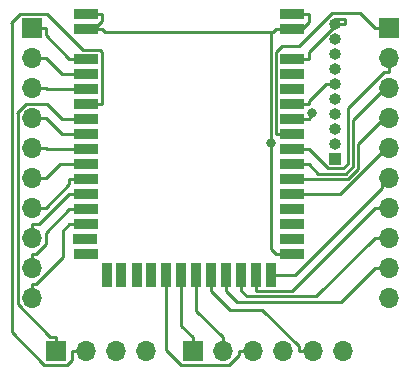
<source format=gbr>
G04 #@! TF.GenerationSoftware,KiCad,Pcbnew,(5.1.5)-3*
G04 #@! TF.CreationDate,2020-01-29T14:55:58+01:00*
G04 #@! TF.ProjectId,Adapter,41646170-7465-4722-9e6b-696361645f70,1*
G04 #@! TF.SameCoordinates,Original*
G04 #@! TF.FileFunction,Copper,L1,Top*
G04 #@! TF.FilePolarity,Positive*
%FSLAX46Y46*%
G04 Gerber Fmt 4.6, Leading zero omitted, Abs format (unit mm)*
G04 Created by KiCad (PCBNEW (5.1.5)-3) date 2020-01-29 14:55:58*
%MOMM*%
%LPD*%
G04 APERTURE LIST*
%ADD10O,1.700000X1.700000*%
%ADD11R,1.700000X1.700000*%
%ADD12R,1.000000X1.000000*%
%ADD13O,1.000000X1.000000*%
%ADD14R,2.100000X0.900000*%
%ADD15R,0.900000X2.100000*%
%ADD16C,0.800000*%
%ADD17C,0.250000*%
G04 APERTURE END LIST*
D10*
X161315000Y-105613200D03*
X161315000Y-103073200D03*
X161315000Y-100533200D03*
X161315000Y-97993200D03*
X161315000Y-95453200D03*
X161315000Y-92913200D03*
X161315000Y-90373200D03*
X161315000Y-87833200D03*
X161315000Y-85293200D03*
D11*
X161315000Y-82753200D03*
D10*
X157436000Y-110084000D03*
X154896000Y-110084000D03*
X152356000Y-110084000D03*
X149816000Y-110084000D03*
X147276000Y-110084000D03*
D11*
X144736000Y-110084000D03*
X133127000Y-110084000D03*
D10*
X135667000Y-110084000D03*
X138207000Y-110084000D03*
X140747000Y-110084000D03*
D11*
X131115000Y-82753200D03*
D10*
X131115000Y-85293200D03*
X131115000Y-87833200D03*
X131115000Y-90373200D03*
X131115000Y-92913200D03*
X131115000Y-95453200D03*
X131115000Y-97993200D03*
X131115000Y-100533200D03*
X131115000Y-103073200D03*
X131115000Y-105613200D03*
D12*
X156820000Y-93827200D03*
D13*
X156820000Y-92557200D03*
X156820000Y-91287200D03*
X156820000Y-90017200D03*
X156820000Y-88747200D03*
X156820000Y-87477200D03*
X156820000Y-86207200D03*
X156820000Y-84937200D03*
X156820000Y-83667200D03*
X156820000Y-82397200D03*
D14*
X135673000Y-101899200D03*
X153173000Y-101899200D03*
X135673000Y-81579200D03*
X135673000Y-82849200D03*
X153173000Y-82849200D03*
X153173000Y-81579200D03*
X135673000Y-85389200D03*
X153173000Y-85389200D03*
D15*
X151403000Y-103649200D03*
X137443000Y-103649200D03*
D14*
X135647300Y-100629200D03*
X153173000Y-100629200D03*
X153173000Y-99359200D03*
X153173000Y-98089200D03*
X153173000Y-96819200D03*
X153173000Y-95549200D03*
X153173000Y-94279200D03*
X153173000Y-93009200D03*
X153173000Y-91739200D03*
X153173000Y-90469200D03*
X153173000Y-89199200D03*
X153173000Y-87929200D03*
X153173000Y-86659200D03*
X135673000Y-98089200D03*
X135673000Y-99359200D03*
X135673000Y-95549200D03*
X135673000Y-96819200D03*
X135673000Y-93009200D03*
X135673000Y-94279200D03*
X135673000Y-90469200D03*
X135673000Y-91739200D03*
X135673000Y-87929200D03*
X135673000Y-89199200D03*
X135673000Y-86659200D03*
D15*
X150133000Y-103649200D03*
X148863000Y-103649200D03*
X147593000Y-103649200D03*
X146323000Y-103649200D03*
X145053000Y-103649200D03*
X143783000Y-103649200D03*
X138703000Y-103649200D03*
X142513000Y-103649200D03*
X141243000Y-103649200D03*
X139978000Y-103649200D03*
D16*
X151346000Y-92466200D03*
X154852000Y-89957200D03*
D17*
X133127000Y-110084000D02*
X133127000Y-108908700D01*
X135673000Y-90469200D02*
X133680000Y-90469200D01*
X133680000Y-90469200D02*
X132407000Y-89197200D01*
X132407000Y-89197200D02*
X130619000Y-89197200D01*
X130619000Y-89197200D02*
X129939000Y-89875700D01*
X129939000Y-89875700D02*
X129910000Y-89904900D01*
X129910000Y-89904900D02*
X129910000Y-106126000D01*
X129910000Y-106126000D02*
X132692700Y-108908700D01*
X132692700Y-108908700D02*
X133127000Y-108908700D01*
X129910000Y-89904900D02*
X129881000Y-89934200D01*
X135667000Y-110084000D02*
X134491700Y-110084000D01*
X129398500Y-82271400D02*
X129398500Y-108531700D01*
X129398500Y-108531700D02*
X132126100Y-111259300D01*
X132126100Y-111259300D02*
X134124500Y-111259300D01*
X134124500Y-111259300D02*
X134491700Y-110892100D01*
X134491700Y-110892100D02*
X134491700Y-110084000D01*
X129398500Y-82271400D02*
X129366000Y-82303600D01*
X135673000Y-89199200D02*
X137048000Y-89199200D01*
X137048000Y-89199200D02*
X137048000Y-84804200D01*
X137048000Y-84804200D02*
X136858000Y-84614200D01*
X136858000Y-84614200D02*
X135418000Y-84614200D01*
X135418000Y-84614200D02*
X132382000Y-81578200D01*
X132382000Y-81578200D02*
X130092000Y-81578200D01*
X130092000Y-81578200D02*
X129431000Y-82239200D01*
X129431000Y-82239200D02*
X129398500Y-82271400D01*
X153172800Y-101899000D02*
X153173000Y-101899200D01*
X153172800Y-101899000D02*
X153173000Y-101899000D01*
X151346000Y-92466200D02*
X151346000Y-101448000D01*
X151346000Y-101448000D02*
X151798000Y-101899000D01*
X151798000Y-101899000D02*
X153172800Y-101899000D01*
X160757000Y-105613200D02*
X160757000Y-105613000D01*
X160757000Y-105867000D02*
X160757000Y-105613200D01*
X161315000Y-105613200D02*
X160757000Y-105613200D01*
X156872000Y-82397200D02*
X156820000Y-82397200D01*
X156655000Y-82001200D02*
X157623000Y-82001200D01*
X157623000Y-82001200D02*
X157645000Y-82024200D01*
X157645000Y-82024200D02*
X157645000Y-82397200D01*
X157645000Y-82397200D02*
X156872000Y-82397200D01*
X151346000Y-83075200D02*
X137274000Y-83075200D01*
X137274000Y-83075200D02*
X137048000Y-82849200D01*
X137048000Y-82849200D02*
X136361000Y-82849200D01*
X153173000Y-82849200D02*
X151798000Y-82849200D01*
X151798000Y-82849200D02*
X151572000Y-83075200D01*
X151572000Y-83075200D02*
X151346000Y-83075200D01*
X135673000Y-82849200D02*
X136361000Y-82849200D01*
X153173000Y-81579200D02*
X154548000Y-81579200D01*
X154548000Y-81579200D02*
X154548000Y-82251200D01*
X154548000Y-82251200D02*
X153950000Y-82849200D01*
X153950000Y-82849200D02*
X153173000Y-82849200D01*
X156872000Y-82397200D02*
X156923000Y-82397200D01*
X156923000Y-82397200D02*
X154548000Y-84771700D01*
X154548000Y-84771700D02*
X154548000Y-85389200D01*
X154548000Y-85389200D02*
X153173000Y-85389200D01*
X136361000Y-82849200D02*
X136382000Y-82849200D01*
X136382000Y-82849200D02*
X137048000Y-82182200D01*
X137048000Y-82182200D02*
X137048000Y-81579200D01*
X137048000Y-81579200D02*
X135673000Y-81579200D01*
X151346000Y-83075200D02*
X151346000Y-92466200D01*
X151403000Y-103649200D02*
X153404200Y-103649200D01*
X153404200Y-103649200D02*
X160757000Y-96296400D01*
X160757000Y-96296400D02*
X160757000Y-95707200D01*
X160757000Y-95453200D02*
X161315000Y-95453200D01*
X160757000Y-95707200D02*
X160757000Y-95453200D01*
X131115000Y-105613000D02*
X131115000Y-105613200D01*
X135673000Y-99359200D02*
X134298000Y-99359200D01*
X134298000Y-99359200D02*
X133744000Y-99912200D01*
X133744000Y-99912200D02*
X133744000Y-102176000D01*
X133744000Y-102176000D02*
X131482000Y-104438000D01*
X131482000Y-104438000D02*
X131115000Y-104438000D01*
X131115000Y-104438000D02*
X131115000Y-105613000D01*
X131115000Y-103073000D02*
X131115000Y-103073200D01*
X135673000Y-98089200D02*
X134298000Y-98089200D01*
X134298000Y-98089200D02*
X132290000Y-100096000D01*
X132290000Y-100096000D02*
X132290000Y-101090000D01*
X132290000Y-101090000D02*
X131482000Y-101898000D01*
X131482000Y-101898000D02*
X131115000Y-101898000D01*
X131115000Y-101898000D02*
X131115000Y-103073000D01*
X131115000Y-100533000D02*
X131115000Y-100533200D01*
X135673000Y-96819200D02*
X134298000Y-96819200D01*
X134298000Y-96819200D02*
X131759000Y-99358200D01*
X131759000Y-99358200D02*
X131115000Y-99358200D01*
X131115000Y-99358200D02*
X131115000Y-100533000D01*
X135673000Y-95549200D02*
X134298000Y-95549200D01*
X134298000Y-95549200D02*
X134298000Y-95986200D01*
X134298000Y-95986200D02*
X132290000Y-97993200D01*
X132290000Y-97993200D02*
X131115000Y-97993200D01*
X135673000Y-85389200D02*
X134298000Y-85389200D01*
X134298000Y-85389200D02*
X132290000Y-83382200D01*
X132290000Y-83382200D02*
X132290000Y-82753200D01*
X132290000Y-82753200D02*
X131115000Y-82753200D01*
X135673000Y-86659200D02*
X133656000Y-86659200D01*
X133656000Y-86659200D02*
X132290000Y-85293200D01*
X132290000Y-85293200D02*
X131115000Y-85293200D01*
X135673000Y-87929200D02*
X132386000Y-87929200D01*
X132386000Y-87929200D02*
X132290000Y-87833200D01*
X132290000Y-87833200D02*
X131115000Y-87833200D01*
X135673000Y-91739200D02*
X133656000Y-91739200D01*
X133656000Y-91739200D02*
X132290000Y-90373200D01*
X132290000Y-90373200D02*
X131115000Y-90373200D01*
X135673000Y-93009200D02*
X132386000Y-93009200D01*
X132386000Y-93009200D02*
X132290000Y-92913200D01*
X132290000Y-92913200D02*
X131115000Y-92913200D01*
X135673000Y-94279200D02*
X133464000Y-94279200D01*
X133464000Y-94279200D02*
X132290000Y-95453200D01*
X132290000Y-95453200D02*
X131115000Y-95453200D01*
X153173000Y-89199200D02*
X154548000Y-89199200D01*
X154548000Y-89199200D02*
X154548000Y-88923200D01*
X154548000Y-88923200D02*
X155995000Y-87477200D01*
X155995000Y-87477200D02*
X156820000Y-87477200D01*
X153173000Y-90469200D02*
X154548000Y-90469200D01*
X154548000Y-90469200D02*
X154852000Y-90165200D01*
X154852000Y-90165200D02*
X154852000Y-89957200D01*
X161315000Y-82753200D02*
X160139700Y-82753200D01*
X153173000Y-91739200D02*
X151797700Y-91739200D01*
X151797700Y-91739200D02*
X151797700Y-84777600D01*
X151797700Y-84777600D02*
X152296800Y-84278500D01*
X152296800Y-84278500D02*
X153740700Y-84278500D01*
X153740700Y-84278500D02*
X156541100Y-81478100D01*
X156541100Y-81478100D02*
X158864600Y-81478100D01*
X158864600Y-81478100D02*
X160139700Y-82753200D01*
X153173000Y-93009200D02*
X154548300Y-93009200D01*
X161315000Y-85293200D02*
X161315000Y-86468500D01*
X161315000Y-86468500D02*
X160947700Y-86468500D01*
X160947700Y-86468500D02*
X157846900Y-89569300D01*
X157846900Y-89569300D02*
X157846900Y-94289200D01*
X157846900Y-94289200D02*
X157483600Y-94652500D01*
X157483600Y-94652500D02*
X156185200Y-94652500D01*
X156185200Y-94652500D02*
X154548300Y-93015600D01*
X154548300Y-93015600D02*
X154548300Y-93009200D01*
X154548300Y-94279200D02*
X155371900Y-95102800D01*
X155371900Y-95102800D02*
X157670200Y-95102800D01*
X157670200Y-95102800D02*
X158297200Y-94475800D01*
X158297200Y-94475800D02*
X158297200Y-90547000D01*
X158297200Y-90547000D02*
X160757000Y-88087200D01*
X153173000Y-94279200D02*
X154548300Y-94279200D01*
X160757000Y-88087200D02*
X160757000Y-87960200D01*
X160757000Y-87960200D02*
X161188000Y-87960200D01*
X161188000Y-87960200D02*
X161315000Y-87833200D01*
X160757000Y-87960200D02*
X160757000Y-87833200D01*
X154548300Y-95549200D02*
X154552300Y-95553200D01*
X154552300Y-95553200D02*
X157856700Y-95553200D01*
X157856700Y-95553200D02*
X158747500Y-94662400D01*
X158747500Y-94662400D02*
X158747500Y-92573200D01*
X158747500Y-92573200D02*
X160757000Y-90563700D01*
X153173000Y-95549200D02*
X154548300Y-95549200D01*
X160757000Y-90468400D02*
X161219800Y-90468400D01*
X161219800Y-90468400D02*
X161315000Y-90373200D01*
X160757000Y-90468400D02*
X160757000Y-90373200D01*
X160757000Y-90563700D02*
X160757000Y-90468400D01*
X160757000Y-90627200D02*
X160757000Y-90563700D01*
X161315000Y-103073200D02*
X160139700Y-103073200D01*
X147593000Y-103649200D02*
X147593000Y-105024500D01*
X147593000Y-105024500D02*
X148507300Y-105938800D01*
X148507300Y-105938800D02*
X157274100Y-105938800D01*
X157274100Y-105938800D02*
X160139700Y-103073200D01*
X148863000Y-105024500D02*
X149326900Y-105488400D01*
X149326900Y-105488400D02*
X155184500Y-105488400D01*
X155184500Y-105488400D02*
X160139700Y-100533200D01*
X161315000Y-100533200D02*
X160139700Y-100533200D01*
X148863000Y-103649200D02*
X148863000Y-105024500D01*
X150133000Y-105024500D02*
X153108400Y-105024500D01*
X153108400Y-105024500D02*
X160139700Y-97993200D01*
X150133000Y-103649200D02*
X150133000Y-105024500D01*
X161315000Y-97993200D02*
X160139700Y-97993200D01*
X154548300Y-96819200D02*
X157227600Y-96819200D01*
X157227600Y-96819200D02*
X160757000Y-93289800D01*
X160757000Y-93289800D02*
X160757000Y-93265200D01*
X153173000Y-96819200D02*
X154548300Y-96819200D01*
X160757000Y-93265200D02*
X160757000Y-93089200D01*
X160757000Y-93089200D02*
X161139000Y-93089200D01*
X161139000Y-93089200D02*
X161315000Y-92913200D01*
X160757000Y-93089200D02*
X160757000Y-92913200D01*
X154896000Y-110084000D02*
X153720700Y-110084000D01*
X146323000Y-103649200D02*
X146323000Y-105024500D01*
X146323000Y-105024500D02*
X147930700Y-106632200D01*
X147930700Y-106632200D02*
X150636200Y-106632200D01*
X150636200Y-106632200D02*
X153720700Y-109716700D01*
X153720700Y-109716700D02*
X153720700Y-110084000D01*
X149816000Y-110084000D02*
X148640700Y-110084000D01*
X142513000Y-103649200D02*
X142513000Y-110026700D01*
X142513000Y-110026700D02*
X143745600Y-111259300D01*
X143745600Y-111259300D02*
X147832800Y-111259300D01*
X147832800Y-111259300D02*
X148640700Y-110451400D01*
X148640700Y-110451400D02*
X148640700Y-110084000D01*
X147276000Y-110084000D02*
X147276000Y-108908700D01*
X145053000Y-103649200D02*
X145053000Y-106685700D01*
X145053000Y-106685700D02*
X147276000Y-108908700D01*
X144736000Y-110084000D02*
X144736000Y-108908700D01*
X143783000Y-103649200D02*
X143783000Y-107955700D01*
X143783000Y-107955700D02*
X144736000Y-108908700D01*
M02*

</source>
